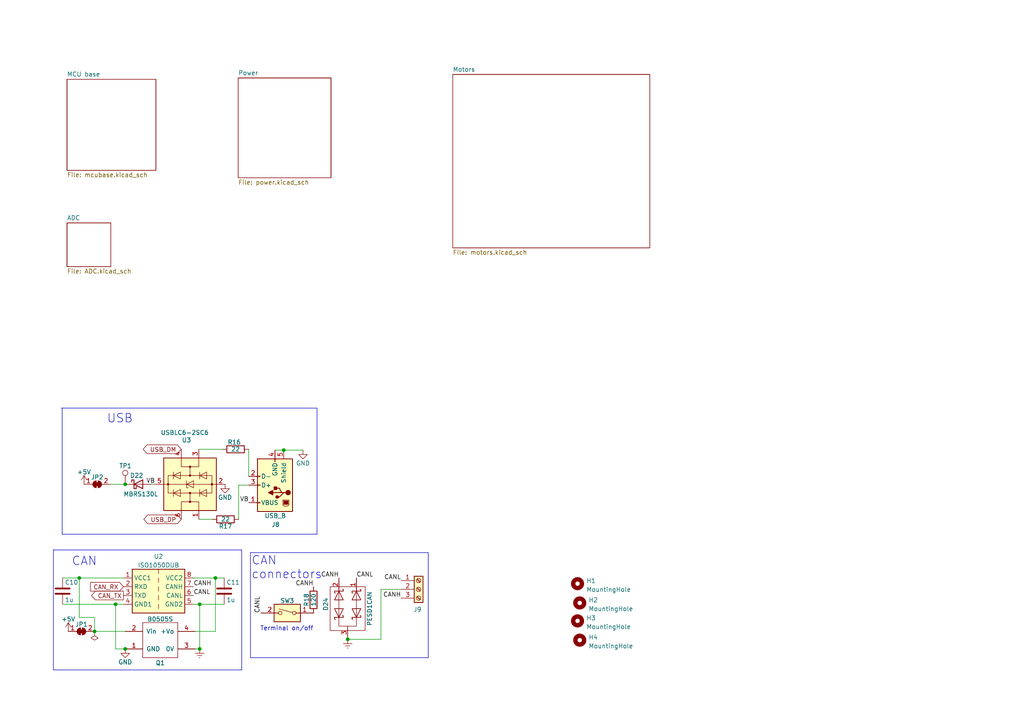
<source format=kicad_sch>
(kicad_sch (version 20240101) (generator "eeschema") (generator_version "8.99")
  (paper "A4")
  (lib_symbols
    (symbol "Connector:Screw_Terminal_01x03" (pin_names (offset 1.016) hide)
      (property "Reference" "J" (at 0 5.08 0))
      (property "Value" "Screw_Terminal_01x03" (at 0 -5.08 0))
      (symbol "Screw_Terminal_01x03_1_1"
        (rectangle (start -1.27 3.81) (end 1.27 -3.81) (stroke (width 0.254)) (fill (type background)))
        (circle (center 0 -2.54) (radius 0.635) (stroke (width 0.1524)))
        (polyline (pts (xy -0.5334 -2.2098) (xy 0.3302 -3.048)) (stroke (width 0.1524)))
        (polyline (pts (xy -0.5334 0.3302) (xy 0.3302 -0.508)) (stroke (width 0.1524)))
        (polyline (pts (xy -0.5334 2.8702) (xy 0.3302 2.032)) (stroke (width 0.1524)))
        (polyline (pts (xy -0.3556 -2.032) (xy 0.508 -2.8702)) (stroke (width 0.1524)))
        (polyline (pts (xy -0.3556 0.508) (xy 0.508 -0.3302)) (stroke (width 0.1524)))
        (polyline (pts (xy -0.3556 3.048) (xy 0.508 2.2098)) (stroke (width 0.1524)))
        (circle (center 0 0) (radius 0.635) (stroke (width 0.1524)))
        (circle (center 0 2.54) (radius 0.635) (stroke (width 0.1524)))
        (pin passive line (at -5.08 2.54 0) (length 3.81) (name "Pin_1") (number "1"))
        (pin passive line (at -5.08 0 0) (length 3.81) (name "Pin_2") (number "2"))
        (pin passive line (at -5.08 -2.54 0) (length 3.81) (name "Pin_3") (number "3"))
      )
    )
    (symbol "Connector:TestPoint" (pin_numbers hide) (pin_names (offset 0.762) hide)
      (property "Reference" "TP" (at 0 6.858 0))
      (property "Value" "TestPoint" (at 0 5.08 0))
      (symbol "TestPoint_0_1"
        (circle (center 0 3.302) (radius 0.762))
      )
      (symbol "TestPoint_1_1"
        (pin passive line (at 0 0 90) (length 2.54) (name "1") (number "1"))
      )
    )
    (symbol "Connector:USB_B" (pin_names (offset 1.016))
      (property "Reference" "J" (at -5.08 11.43 0))
      (property "Value" "USB_B" (at -5.08 8.89 0))
      (symbol "USB_B_0_1"
        (rectangle (start -5.08 -7.62) (end 5.08 7.62) (stroke (width 0.254)) (fill (type background)))
        (circle (center -3.81 2.159) (radius 0.635) (stroke (width 0.254)) (fill (type outline)))
        (rectangle (start -3.81 5.588) (end -2.54 4.572) (fill (type outline)))
        (circle (center -0.635 3.429) (radius 0.381) (stroke (width 0.254)) (fill (type outline)))
        (rectangle (start -0.127 -7.62) (end 0.127 -6.858))
        (polyline (pts (xy -1.905 2.159) (xy 0.635 2.159)) (stroke (width 0.254)))
        (polyline (pts (xy -3.175 2.159) (xy -2.54 2.159) (xy -1.27 3.429) (xy -0.635 3.429)) (stroke (width 0.254)))
        (polyline (pts (xy -2.54 2.159) (xy -1.905 2.159) (xy -1.27 0.889) (xy 0 0.889)) (stroke (width 0.254)))
        (polyline (pts (xy 0.635 2.794) (xy 0.635 1.524) (xy 1.905 2.159) (xy 0.635 2.794)) (stroke (width 0.254)) (fill (type outline)))
        (polyline (pts (xy -4.064 4.318) (xy -2.286 4.318) (xy -2.286 5.715) (xy -2.667 6.096) (xy -3.683 6.096) (xy -4.064 5.715) (xy -4.064 4.318)))
        (rectangle (start 0.254 1.27) (end -0.508 0.508) (stroke (width 0.254)) (fill (type outline)))
        (rectangle (start 5.08 -2.667) (end 4.318 -2.413))
        (rectangle (start 5.08 -0.127) (end 4.318 0.127))
        (rectangle (start 5.08 4.953) (end 4.318 5.207))
      )
      (symbol "USB_B_1_1"
        (pin power_out line (at 7.62 5.08 180) (length 2.54) (name "VBUS") (number "1"))
        (pin bidirectional line (at 7.62 -2.54 180) (length 2.54) (name "D-") (number "2"))
        (pin bidirectional line (at 7.62 0 180) (length 2.54) (name "D+") (number "3"))
        (pin power_out line (at 0 -10.16 90) (length 2.54) (name "GND") (number "4"))
        (pin passive line (at -2.54 -10.16 90) (length 2.54) (name "Shield") (number "5"))
      )
    )
    (symbol "Device:D_Schottky" (pin_numbers hide) (pin_names (offset 1.016) hide)
      (property "Reference" "D" (at 0 2.54 0))
      (property "Value" "D_Schottky" (at 0 -2.54 0))
      (symbol "D_Schottky_0_1"
        (polyline (pts (xy 1.27 0) (xy -1.27 0)))
        (polyline (pts (xy 1.27 1.27) (xy 1.27 -1.27) (xy -1.27 0) (xy 1.27 1.27)) (stroke (width 0.254)))
        (polyline (pts (xy -1.905 0.635) (xy -1.905 1.27) (xy -1.27 1.27) (xy -1.27 -1.27) (xy -0.635 -1.27) (xy -0.635 -0.635)) (stroke (width 0.254)))
      )
      (symbol "D_Schottky_1_1"
        (pin passive line (at -3.81 0 0) (length 2.54) (name "K") (number "1"))
        (pin passive line (at 3.81 0 180) (length 2.54) (name "A") (number "2"))
      )
    )
    (symbol "Interface_CAN_LIN:ISO1050DUB"
      (property "Reference" "U" (at -6.35 6.35 0))
      (property "Value" "ISO1050DUB" (at 2.54 6.35 0))
      (symbol "ISO1050DUB_0_1"
        (rectangle (start -7.62 5.08) (end 7.62 -7.62) (stroke (width 0.254)) (fill (type background)))
        (polyline (pts (xy 0 -5.08) (xy 0 -6.35)))
        (polyline (pts (xy 0 -2.54) (xy 0 -3.81)))
        (polyline (pts (xy 0 0) (xy 0 -1.27)))
        (polyline (pts (xy 0 2.54) (xy 0 1.27)))
        (polyline (pts (xy 0 5.08) (xy 0 3.81)))
      )
      (symbol "ISO1050DUB_1_1"
        (pin power_in line (at -10.16 2.54 0) (length 2.54) (name "VCC1") (number "1"))
        (pin output line (at -10.16 0 0) (length 2.54) (name "RXD") (number "2"))
        (pin input line (at -10.16 -2.54 0) (length 2.54) (name "TXD") (number "3"))
        (pin power_in line (at -10.16 -5.08 0) (length 2.54) (name "GND1") (number "4"))
        (pin power_in line (at 10.16 -5.08 180) (length 2.54) (name "GND2") (number "5"))
        (pin bidirectional line (at 10.16 -2.54 180) (length 2.54) (name "CANL") (number "6"))
        (pin bidirectional line (at 10.16 0 180) (length 2.54) (name "CANH") (number "7"))
        (pin power_in line (at 10.16 2.54 180) (length 2.54) (name "VCC2") (number "8"))
      )
    )
    (symbol "Jumper:SolderJumper_2_Bridged" (pin_names (offset 0) hide)
      (property "Reference" "JP" (at 0 2.032 0))
      (property "Value" "SolderJumper_2_Bridged" (at 0 -2.54 0))
      (symbol "SolderJumper_2_Bridged_0_1"
        (rectangle (start -0.508 0.508) (end 0.508 -0.508) (fill (type outline)))
        (arc (start -0.254 1.016) (mid -1.2656 0) (end -0.254 -1.016))
        (arc (start -0.254 1.016) (mid -1.2656 0) (end -0.254 -1.016) (fill (type outline)))
        (polyline (pts (xy -0.254 1.016) (xy -0.254 -1.016)))
        (polyline (pts (xy 0.254 1.016) (xy 0.254 -1.016)))
        (arc (start 0.254 -1.016) (mid 1.2656 0) (end 0.254 1.016))
        (arc (start 0.254 -1.016) (mid 1.2656 0) (end 0.254 1.016) (fill (type outline)))
      )
      (symbol "SolderJumper_2_Bridged_1_1"
        (pin passive line (at -3.81 0 0) (length 2.54) (name "A") (number "1"))
        (pin passive line (at 3.81 0 180) (length 2.54) (name "B") (number "2"))
      )
    )
    (symbol "Mechanical:MountingHole" (pin_names (offset 1.016))
      (property "Reference" "H" (at 0 5.08 0))
      (property "Value" "MountingHole" (at 0 3.175 0))
      (symbol "MountingHole_0_1"
        (circle (center 0 0) (radius 1.27) (stroke (width 1.27)))
      )
    )
    (symbol "Power_Protection:USBLC6-2SC6" (pin_names hide)
      (property "Reference" "U" (at 2.54 8.89 0))
      (property "Value" "USBLC6-2SC6" (at 2.54 -8.89 0))
      (symbol "USBLC6-2SC6_0_1"
        (rectangle (start -7.62 -7.62) (end 7.62 7.62) (stroke (width 0.254)) (fill (type background)))
        (circle (center -5.08 0) (radius 0.254) (fill (type outline)))
        (circle (center -2.54 0) (radius 0.254) (fill (type outline)))
        (rectangle (start -2.54 6.35) (end 2.54 -6.35))
        (circle (center 0 -6.35) (radius 0.254) (fill (type outline)))
        (polyline (pts (xy -5.08 -2.54) (xy -7.62 -2.54)))
        (polyline (pts (xy -5.08 0) (xy -5.08 -2.54)))
        (polyline (pts (xy -5.08 2.54) (xy -7.62 2.54)))
        (polyline (pts (xy -1.524 -2.794) (xy -3.556 -2.794)))
        (polyline (pts (xy -1.524 4.826) (xy -3.556 4.826)))
        (polyline (pts (xy 0 -7.62) (xy 0 -6.35)))
        (polyline (pts (xy 0 -6.35) (xy 0 1.27)))
        (polyline (pts (xy 0 1.27) (xy 0 6.35)))
        (polyline (pts (xy 0 6.35) (xy 0 7.62)))
        (polyline (pts (xy 1.524 -2.794) (xy 3.556 -2.794)))
        (polyline (pts (xy 1.524 4.826) (xy 3.556 4.826)))
        (polyline (pts (xy 5.08 -2.54) (xy 7.62 -2.54)))
        (polyline (pts (xy 5.08 0) (xy 5.08 -2.54)))
        (polyline (pts (xy 5.08 2.54) (xy 7.62 2.54)))
        (polyline (pts (xy -2.54 0) (xy -5.08 0) (xy -5.08 2.54)))
        (polyline (pts (xy 2.54 0) (xy 5.08 0) (xy 5.08 2.54)))
        (polyline (pts (xy -3.556 -4.826) (xy -1.524 -4.826) (xy -2.54 -2.794) (xy -3.556 -4.826)))
        (polyline (pts (xy -3.556 2.794) (xy -1.524 2.794) (xy -2.54 4.826) (xy -3.556 2.794)))
        (polyline (pts (xy -1.016 -1.016) (xy 1.016 -1.016) (xy 0 1.016) (xy -1.016 -1.016)))
        (polyline (pts (xy 1.016 1.016) (xy 0.762 1.016) (xy -1.016 1.016) (xy -1.016 0.508)))
        (polyline (pts (xy 3.556 -4.826) (xy 1.524 -4.826) (xy 2.54 -2.794) (xy 3.556 -4.826)))
        (polyline (pts (xy 3.556 2.794) (xy 1.524 2.794) (xy 2.54 4.826) (xy 3.556 2.794)))
        (circle (center 0 6.35) (radius 0.254) (fill (type outline)))
        (circle (center 2.54 0) (radius 0.254) (fill (type outline)))
        (circle (center 5.08 0) (radius 0.254) (fill (type outline)))
      )
      (symbol "USBLC6-2SC6_1_1"
        (pin passive line (at -10.16 -2.54 0) (length 2.54) (name "I/O1") (number "1"))
        (pin passive line (at 0 -10.16 90) (length 2.54) (name "GND") (number "2"))
        (pin passive line (at 10.16 -2.54 180) (length 2.54) (name "I/O2") (number "3"))
        (pin passive line (at 10.16 2.54 180) (length 2.54) (name "I/O2") (number "4"))
        (pin passive line (at 0 10.16 270) (length 2.54) (name "VBUS") (number "5"))
        (pin passive line (at -10.16 2.54 0) (length 2.54) (name "I/O1") (number "6"))
      )
    )
    (symbol "Switch:SW_DIP_x01" (pin_names (offset 0) hide)
      (property "Reference" "SW" (at 0 3.81 0))
      (property "Value" "SW_DIP_x01" (at 0 -3.81 0))
      (symbol "SW_DIP_x01_0_0"
        (circle (center -2.032 0) (radius 0.508))
        (polyline (pts (xy -1.524 0.127) (xy 2.3622 1.1684)))
        (circle (center 2.032 0) (radius 0.508))
      )
      (symbol "SW_DIP_x01_0_1"
        (rectangle (start -3.81 2.54) (end 3.81 -2.54) (stroke (width 0.254)) (fill (type background)))
      )
      (symbol "SW_DIP_x01_1_1"
        (pin passive line (at -7.62 0 0) (length 5.08) (name "~") (number "1"))
        (pin passive line (at 7.62 0 180) (length 5.08) (name "~") (number "2"))
      )
    )
    (symbol "elements:B0505S" (pin_names (offset 1.016))
      (property "Reference" "Q?" (at 0 6.35 0))
      (property "Value" "B0505S" (at 0 -6.35 0))
      (symbol "B0505S_0_1"
        (rectangle (start -5.08 5.08) (end 5.08 -5.08))
      )
      (symbol "B0505S_1_1"
        (pin power_in line (at -10.16 -2.54 0) (length 5.08) (name "GND") (number "1"))
        (pin power_in line (at -10.16 2.54 0) (length 5.08) (name "Vin") (number "2"))
        (pin power_out line (at 10.16 -2.54 180) (length 5.08) (name "0V") (number "3"))
        (pin power_out line (at 10.16 2.54 180) (length 5.08) (name "+Vo") (number "4"))
      )
    )
    (symbol "elements:PESD1CAN" (pin_names (offset 0.762) hide)
      (property "Reference" "D" (at 0 -8.89 0))
      (property "Value" "PESD1CAN" (at 1.27 3.81 0))
      (symbol "PESD1CAN_0_1"
        (rectangle (start -5.08 2.54) (end 7.62 -7.62))
        (polyline (pts (xy -3.556 -5.08) (xy 3.81 -5.08)))
        (polyline (pts (xy -3.556 0) (xy 3.81 0)))
        (polyline (pts (xy -3.81 -3.81) (xy -3.81 -6.35) (xy -3.81 -6.35)) (stroke (width 0.2032)))
        (polyline (pts (xy -3.81 1.27) (xy -3.81 -1.27) (xy -3.81 -1.27)) (stroke (width 0.2032)))
        (polyline (pts (xy 3.81 -3.81) (xy 3.81 -6.35) (xy 3.81 -6.35)) (stroke (width 0.2032)))
        (polyline (pts (xy 3.81 1.27) (xy 3.81 -1.27) (xy 3.81 -1.27)) (stroke (width 0.2032)))
        (polyline (pts (xy -3.81 -3.81) (xy -4.318 -3.81) (xy -4.318 -4.064) (xy -4.318 -4.064)) (stroke (width 0.2032)))
        (polyline (pts (xy -3.81 1.27) (xy -4.318 1.27) (xy -4.318 1.016) (xy -4.318 1.016)) (stroke (width 0.2032)))
        (polyline (pts (xy 3.81 -6.35) (xy 4.318 -6.35) (xy 4.318 -6.096) (xy 4.318 -6.096)) (stroke (width 0.2032)))
        (polyline (pts (xy 3.81 -3.81) (xy 3.302 -3.81) (xy 3.302 -4.064) (xy 3.302 -4.064)) (stroke (width 0.2032)))
        (polyline (pts (xy 3.81 -1.27) (xy 4.318 -1.27) (xy 4.318 -1.016) (xy 4.318 -1.016)) (stroke (width 0.2032)))
        (polyline (pts (xy 3.81 0) (xy 6.35 0) (xy 6.35 -5.08) (xy 3.81 -5.08)))
        (polyline (pts (xy 3.81 1.27) (xy 3.302 1.27) (xy 3.302 1.016) (xy 3.302 1.016)) (stroke (width 0.2032)))
        (polyline (pts (xy -3.302 -6.096) (xy -3.302 -6.35) (xy -3.81 -6.35) (xy -3.81 -6.35) (xy -3.81 -6.35)) (stroke (width 0.2032)))
        (polyline (pts (xy -3.302 -1.016) (xy -3.302 -1.27) (xy -3.81 -1.27) (xy -3.81 -1.27) (xy -3.81 -1.27)) (stroke (width 0.2032)))
        (polyline (pts (xy -1.27 -6.35) (xy -3.81 -5.08) (xy -1.27 -3.81) (xy -1.27 -6.35) (xy -1.27 -6.35) (xy -1.27 -6.35)) (stroke (width 0.2032)))
        (polyline (pts (xy -1.27 -1.27) (xy -3.81 0) (xy -1.27 1.27) (xy -1.27 -1.27) (xy -1.27 -1.27) (xy -1.27 -1.27)) (stroke (width 0.2032)))
        (polyline (pts (xy 1.27 -3.81) (xy 3.81 -5.08) (xy 1.27 -6.35) (xy 1.27 -3.81) (xy 1.27 -3.81) (xy 1.27 -3.81)) (stroke (width 0.2032)))
        (polyline (pts (xy 1.27 1.27) (xy 3.81 0) (xy 1.27 -1.27) (xy 1.27 1.27) (xy 1.27 1.27) (xy 1.27 1.27)) (stroke (width 0.2032)))
        (pin passive line (at -7.62 0 0) (length 3.81) (name "K") (number "1"))
        (pin passive line (at -7.62 -5.08 0) (length 3.81) (name "K") (number "2"))
        (pin passive line (at 10.16 -2.54 180) (length 3.81) (name "O") (number "3"))
      )
    )
    (symbol "power:Earth" (power) (pin_names (offset 0))
      (symbol "Earth_0_1"
        (polyline (pts (xy -0.635 -1.905) (xy 0.635 -1.905)))
        (polyline (pts (xy -0.127 -2.54) (xy 0.127 -2.54)))
        (polyline (pts (xy 0 -1.27) (xy 0 0)))
        (polyline (pts (xy 1.27 -1.27) (xy -1.27 -1.27)))
      )
      (symbol "Earth_1_1"
        (pin power_in line (at 0 0 270) (length 0) hide (name "Earth") (number "1"))
      )
    )
    (symbol "power:GND" (power) (pin_names (offset 0))
      (property "Value" "GND" (at 0 -3.81 0))
      (symbol "GND_0_1"
        (polyline (pts (xy 0 0) (xy 0 -1.27) (xy 1.27 -1.27) (xy 0 -2.54) (xy -1.27 -1.27) (xy 0 -1.27)))
      )
      (symbol "GND_1_1"
        (pin power_in line (at 0 0 270) (length 0) hide (name "GND") (number "1"))
      )
    )
    (symbol "power:PWR_FLAG" (power) (pin_numbers hide) (pin_names (offset 0) hide)
      (property "Value" "PWR_FLAG" (at 0 3.81 0))
      (symbol "PWR_FLAG_0_0"
        (pin power_out line (at 0 0 90) (length 0) (name "pwr") (number "1"))
      )
      (symbol "PWR_FLAG_0_1"
        (polyline (pts (xy 0 0) (xy 0 1.27) (xy -1.016 1.905) (xy 0 2.54) (xy 1.016 1.905) (xy 0 1.27)))
      )
    )
    (symbol "stm32-rescue:+5V" (power) (pin_names (offset 0))
      (property "Value" "+5V" (at 0 3.556 0))
      (symbol "+5V_0_1"
        (polyline (pts (xy -0.762 1.27) (xy 0 2.54)))
        (polyline (pts (xy 0 0) (xy 0 2.54)))
        (polyline (pts (xy 0 2.54) (xy 0.762 1.27)))
      )
      (symbol "+5V_1_1"
        (pin power_in line (at 0 0 90) (length 0) hide (name "+5V") (number "1"))
      )
    )
    (symbol "stm32-rescue:C" (pin_numbers hide) (pin_names (offset 0.254))
      (property "Reference" "C" (at 0.635 2.54 0))
      (property "Value" "C" (at 0.635 -2.54 0))
      (symbol "C_0_1"
        (polyline (pts (xy -2.032 -0.762) (xy 2.032 -0.762)) (stroke (width 0.508)))
        (polyline (pts (xy -2.032 0.762) (xy 2.032 0.762)) (stroke (width 0.508)))
      )
      (symbol "C_1_1"
        (pin passive line (at 0 3.81 270) (length 2.794) (name "~") (number "1"))
        (pin passive line (at 0 -3.81 90) (length 2.794) (name "~") (number "2"))
      )
    )
    (symbol "stm32-rescue:R" (pin_numbers hide) (pin_names (offset 0))
      (property "Reference" "R" (at 2.032 0 90))
      (property "Value" "R" (at 0 0 90))
      (symbol "R_0_1"
        (rectangle (start -1.016 -2.54) (end 1.016 2.54) (stroke (width 0.254)))
      )
      (symbol "R_1_1"
        (pin passive line (at 0 3.81 270) (length 1.27) (name "~") (number "1"))
        (pin passive line (at 0 -3.81 90) (length 1.27) (name "~") (number "2"))
      )
    )
  )
  (junction (at 57.912 188.214))
  (junction (at 27.432 183.134))
  (junction (at 100.838 185.42))
  (junction (at 36.322 140.462))
  (junction (at 36.322 188.214))
  (junction (at 33.528 175.26))
  (junction (at 22.987 167.64))
  (junction (at 82.296 130.556))
  (junction (at 57.912 175.26))
  (junction (at 62.484 167.64))
  (wire (pts (xy 116.332 170.942) (xy 110.49 170.942)))
  (wire (pts (xy 22.987 167.64) (xy 22.987 179.07)))
  (wire (pts (xy 72.136 130.302) (xy 72.136 138.176)))
  (polyline (pts (xy 17.78 118.364) (xy 91.948 118.364)))
  (polyline (pts (xy 18.034 154.94) (xy 91.948 154.94)))
  (wire (pts (xy 57.912 175.26) (xy 57.912 188.214)))
  (wire (pts (xy 62.484 183.134) (xy 62.484 167.64)))
  (polyline (pts (xy 70.104 194.31) (xy 15.494 194.31)))
  (wire (pts (xy 62.484 167.64) (xy 65.024 167.64)))
  (wire (pts (xy 79.756 130.556) (xy 82.296 130.556)))
  (polyline (pts (xy 72.644 160.274) (xy 124.206 160.274)))
  (wire (pts (xy 36.322 188.214) (xy 33.528 188.214)))
  (wire (pts (xy 22.987 179.07) (xy 27.432 179.07)))
  (polyline (pts (xy 124.206 190.754) (xy 72.644 190.754)))
  (wire (pts (xy 18.161 175.26) (xy 33.528 175.26)))
  (wire (pts (xy 57.912 188.214) (xy 56.642 188.214)))
  (wire (pts (xy 65.024 175.26) (xy 57.912 175.26)))
  (polyline (pts (xy 18.034 118.364) (xy 18.034 154.94)))
  (polyline (pts (xy 15.494 159.512) (xy 70.104 159.512)))
  (wire (pts (xy 27.432 183.134) (xy 36.322 183.134)))
  (wire (pts (xy 33.528 175.26) (xy 35.814 175.26)))
  (wire (pts (xy 57.658 130.302) (xy 64.516 130.302)))
  (polyline (pts (xy 124.206 160.274) (xy 124.206 190.754)))
  (wire (pts (xy 22.987 167.64) (xy 35.814 167.64)))
  (polyline (pts (xy 15.494 194.31) (xy 15.494 159.385)))
  (wire (pts (xy 69.215 140.716) (xy 72.136 140.716)))
  (wire (pts (xy 56.134 175.26) (xy 57.912 175.26)))
  (wire (pts (xy 56.134 167.64) (xy 62.484 167.64)))
  (polyline (pts (xy 70.104 159.512) (xy 70.104 194.31)))
  (wire (pts (xy 82.296 130.556) (xy 87.884 130.556)))
  (wire (pts (xy 32.004 140.462) (xy 36.322 140.462)))
  (wire (pts (xy 56.642 183.134) (xy 62.484 183.134)))
  (wire (pts (xy 18.161 167.64) (xy 22.987 167.64)))
  (wire (pts (xy 110.49 170.942) (xy 110.49 185.42)))
  (wire (pts (xy 57.658 150.622) (xy 61.595 150.622)))
  (wire (pts (xy 33.528 188.214) (xy 33.528 175.26)))
  (wire (pts (xy 69.215 150.622) (xy 69.215 140.716)))
  (polyline (pts (xy 72.644 160.274) (xy 72.644 190.754)))
  (polyline (pts (xy 91.948 154.94) (xy 91.948 118.364)))
  (wire (pts (xy 100.838 185.42) (xy 110.49 185.42)))
  (wire (pts (xy 43.942 140.462) (xy 44.958 140.462)))
  (wire (pts (xy 27.432 179.07) (xy 27.432 183.134)))
  (text "Terminal on/off" (at 75.438 183.134 0) (effects (font (size 1.27 1.27)) (justify left bottom)))
  (text "USB" (at 38.608 122.936 0) (effects (font (size 2.4892 2.4892)) (justify right bottom)))
  (text "CAN\nconnectors" (at 72.898 168.148 0) (effects (font (size 2.4892 2.4892)) (justify left bottom)))
  (text "CAN" (at 28.194 164.338 0) (effects (font (size 2.4892 2.4892)) (justify right bottom)))
  (label "VB" (at 44.958 140.462 180))
  (label "CANH" (at 90.932 170.18 180))
  (label "CANH" (at 98.298 167.64 180))
  (label "CANL" (at 116.332 168.402 180))
  (label "CANL" (at 103.378 167.64 0))
  (label "VB" (at 72.136 145.796 180))
  (label "CANL" (at 75.692 177.8 90))
  (label "CANL" (at 56.134 172.72 0))
  (label "CANH" (at 116.332 173.482 180))
  (label "CANH" (at 56.134 170.18 0))
  (global_label "USB_DP" (shape bidirectional) (at 52.578 150.622 180) (property "Intersheetrefs" "${INTERSHEET_REFS}" (effects (hide yes))))
  (global_label "CAN_TX" (shape output) (at 35.814 172.72 180) (property "Intersheetrefs" "${INTERSHEET_REFS}" (effects (hide yes))))
  (global_label "USB_DM" (shape bidirectional) (at 52.578 130.302 180) (property "Intersheetrefs" "${INTERSHEET_REFS}" (effects (hide yes))))
  (global_label "CAN_RX" (shape input) (at 35.814 170.18 180) (property "Intersheetrefs" "${INTERSHEET_REFS}" (effects (hide yes))))
  (symbol (lib_id "Connector:USB_B") (at 79.756 140.716 180) (unit 1)
    (property "Reference" "J8" (at 78.74 152.146 0) (effects (justify right)))
    (property "Value" "USB_B" (at 76.708 149.606 0) (effects (justify right)))
    (property "Footprint" "Connector_USB:USB_B_OST_USB-B1HSxx_Horizontal" (effects (hide yes)))
    (property "Datasheet" " ~" (effects (hide yes)))
  )
  (symbol (lib_id "Mechanical:MountingHole") (at 168.148 174.879 0) (unit 1)
    (property "Reference" "H2" (at 170.688 174.0443 0) (effects (justify left)))
    (property "Value" "MountingHole" (at 170.688 176.5812 0) (effects (justify left)))
    (property "Footprint" "MountingHole:MountingHole_3.2mm_M3_DIN965_Pad" (effects (hide yes)))
  )
  (symbol (lib_id "power:PWR_FLAG") (at 27.432 183.134 180) (unit 1)
    (property "Reference" "#FLG0106" (effects (hide yes)))
    (property "Value" "PWR_FLAG" (effects (hide yes)))
  )
  (symbol (lib_id "power:GND") (at 36.322 188.214 0) (unit 1)
    (property "Reference" "#PWR019" (effects (hide yes)))
    (property "Value" "GND" (at 36.322 192.024 0))
  )
  (symbol (lib_id "Mechanical:MountingHole") (at 167.513 180.086 0) (unit 1)
    (property "Reference" "H3" (at 170.053 179.2513 0) (effects (justify left)))
    (property "Value" "MountingHole" (at 170.053 181.7882 0) (effects (justify left)))
    (property "Footprint" "MountingHole:MountingHole_3.2mm_M3_DIN965_Pad" (effects (hide yes)))
  )
  (symbol (lib_id "stm32-rescue:R") (at 90.932 173.99 180) (unit 1)
    (property "Reference" "R18" (at 88.9 173.99 90))
    (property "Value" "120" (at 90.932 173.99 90))
    (property "Footprint" "Resistor_SMD:R_1210_3225Metric_Pad1.30x2.65mm_HandSolder" (effects (hide yes)))
  )
  (symbol (lib_id "elements:PESD1CAN") (at 103.378 175.26 270) (unit 1)
    (property "Reference" "D24" (at 94.488 175.26 0))
    (property "Value" "PESD1CAN" (at 107.188 176.53 0))
    (property "Footprint" "Package_TO_SOT_SMD:SOT-23" (effects (hide yes)))
  )
  (symbol (lib_id "power:Earth") (at 100.838 185.42 0) (unit 1)
    (property "Reference" "#PWR023" (effects (hide yes)))
    (property "Value" "Earth" (effects (hide yes)))
  )
  (symbol (lib_id "stm32-rescue:C") (at 65.024 171.45 0) (unit 1)
    (property "Reference" "C11" (at 65.659 168.91 0) (effects (justify left)))
    (property "Value" "1u" (at 65.659 173.99 0) (effects (justify left)))
    (property "Footprint" "Capacitor_SMD:C_0603_1608Metric_Pad1.08x0.95mm_HandSolder" (effects (hide yes)))
  )
  (symbol (lib_id "stm32-rescue:R") (at 65.405 150.622 270) (unit 1)
    (property "Reference" "R17" (at 65.405 152.654 90))
    (property "Value" "22" (at 65.405 150.622 90))
    (property "Footprint" "Resistor_SMD:R_0603_1608Metric_Pad0.98x0.95mm_HandSolder" (effects (hide yes)))
  )
  (symbol (lib_id "Jumper:SolderJumper_2_Bridged") (at 28.194 140.462 0) (unit 1)
    (property "Reference" "JP2" (at 28.194 138.4102 0))
    (property "Value" "USB5V" (effects (hide yes)))
    (property "Footprint" "Jumper:SolderJumper-2_P1.3mm_Open_TrianglePad1.0x1.5mm" (effects (hide yes)))
  )
  (symbol (lib_id "stm32-rescue:R") (at 68.326 130.302 270) (unit 1)
    (property "Reference" "R16" (at 67.945 128.27 90))
    (property "Value" "22" (at 68.326 130.302 90))
    (property "Footprint" "Resistor_SMD:R_0603_1608Metric_Pad0.98x0.95mm_HandSolder" (effects (hide yes)))
  )
  (symbol (lib_id "Power_Protection:USBLC6-2SC6") (at 55.118 140.462 90) (unit 1)
    (property "Reference" "U3" (at 54.102 127.635 90))
    (property "Value" "USBLC6-2SC6" (at 53.594 125.476 90))
    (property "Footprint" "Package_TO_SOT_SMD:SOT-23-6" (effects (hide yes)))
    (property "Datasheet" "https://www.st.com/resource/en/datasheet/usblc6-2.pdf" (effects (hide yes)))
  )
  (symbol (lib_id "power:Earth") (at 57.912 188.214 0) (unit 1)
    (property "Reference" "#PWR020" (effects (hide yes)))
    (property "Value" "Earth" (effects (hide yes)))
  )
  (symbol (lib_id "Switch:SW_DIP_x01") (at 83.312 177.8 0) (mirror y) (unit 1)
    (property "Reference" "SW3" (at 83.312 174.244 0))
    (property "Value" "SW_DIP_x01" (effects (hide yes)))
    (property "Footprint" "Button_Switch_THT:SW_DIP_SPSTx01_Slide_6.7x4.1mm_W7.62mm_P2.54mm_LowProfile" (effects (hide yes)))
  )
  (symbol (lib_id "power:GND") (at 87.884 130.556 0) (unit 1)
    (property "Reference" "#PWR022" (effects (hide yes)))
    (property "Value" "GND" (at 87.884 134.366 0))
  )
  (symbol (lib_id "power:GND") (at 65.278 140.462 0) (unit 1)
    (property "Reference" "#PWR021" (effects (hide yes)))
    (property "Value" "GND" (at 65.278 144.272 0))
  )
  (symbol (lib_id "stm32-rescue:C") (at 18.161 171.45 0) (unit 1)
    (property "Reference" "C10" (at 18.796 168.91 0) (effects (justify left)))
    (property "Value" "1u" (at 18.796 173.99 0) (effects (justify left)))
    (property "Footprint" "Capacitor_SMD:C_0603_1608Metric_Pad1.08x0.95mm_HandSolder" (effects (hide yes)))
  )
  (symbol (lib_id "stm32-rescue:+5V") (at 24.384 140.462 0) (unit 1)
    (property "Reference" "#PWR016" (effects (hide yes)))
    (property "Value" "+5V" (at 24.384 136.906 0))
  )
  (symbol (lib_id "Connector:Screw_Terminal_01x03") (at 121.412 170.942 0) (unit 1)
    (property "Reference" "J9" (at 119.888 176.784 0) (effects (justify left)))
    (property "Value" "Screw_Terminal_01x03" (effects (hide yes)))
    (property "Footprint" "TerminalBlock_Phoenix:TerminalBlock_Phoenix_MKDS-1,5-3_1x03_P5.00mm_Horizontal" (effects (hide yes)))
  )
  (symbol (lib_id "Interface_CAN_LIN:ISO1050DUB") (at 45.974 170.18 0) (unit 1)
    (property "Reference" "U2" (at 45.974 161.4002 0))
    (property "Value" "ISO1050DUB" (at 45.974 163.9371 0))
    (property "Footprint" "Package_SO:SOP-8_6.62x9.15mm_P2.54mm" (effects (hide yes)))
    (property "Datasheet" "http://www.ti.com/lit/ds/symlink/iso1050.pdf" (effects (hide yes)))
  )
  (symbol (lib_id "stm32-rescue:+5V") (at 19.812 183.134 0) (unit 1)
    (property "Reference" "#PWR017" (effects (hide yes)))
    (property "Value" "+5V" (at 19.812 179.578 0))
  )
  (symbol (lib_id "Jumper:SolderJumper_2_Bridged") (at 23.622 183.134 0) (unit 1)
    (property "Reference" "JP1" (at 23.622 181.0822 0))
    (property "Value" "CAN" (effects (hide yes)))
    (property "Footprint" "Jumper:SolderJumper-2_P1.3mm_Open_TrianglePad1.0x1.5mm" (effects (hide yes)))
  )
  (symbol (lib_id "Device:D_Schottky") (at 40.132 140.462 0) (unit 1)
    (property "Reference" "D22" (at 39.624 137.922 0))
    (property "Value" "MBRS130L" (at 40.8432 143.3068 0))
    (property "Footprint" "Diode_SMD:D_SMB_Handsoldering" (effects (hide yes)))
  )
  (symbol (lib_id "Mechanical:MountingHole") (at 167.513 169.291 0) (unit 1)
    (property "Reference" "H1" (at 170.053 168.4563 0) (effects (justify left)))
    (property "Value" "MountingHole" (at 170.053 170.9932 0) (effects (justify left)))
    (property "Footprint" "MountingHole:MountingHole_3.2mm_M3_DIN965_Pad" (effects (hide yes)))
  )
  (symbol (lib_id "elements:B0505S") (at 46.482 185.674 0) (unit 1)
    (property "Reference" "Q1" (at 46.482 192.278 0))
    (property "Value" "B0505S" (at 46.482 179.578 0))
    (property "Footprint" "stepper:B0x0xS" (effects (hide yes)))
  )
  (symbol (lib_id "Mechanical:MountingHole") (at 168.148 185.674 0) (unit 1)
    (property "Reference" "H4" (at 170.688 184.8393 0) (effects (justify left)))
    (property "Value" "MountingHole" (at 170.688 187.3762 0) (effects (justify left)))
    (property "Footprint" "MountingHole:MountingHole_3.2mm_M3_DIN965_Pad" (effects (hide yes)))
  )
  (symbol (lib_id "Connector:TestPoint") (at 36.322 140.462 0) (unit 1)
    (property "Reference" "TP1" (at 34.544 135.128 0) (effects (justify left)))
    (property "Value" "5Vusb" (effects (hide yes)))
    (property "Footprint" "TestPoint:TestPoint_THTPad_1.5x1.5mm_Drill0.7mm" (effects (hide yes)))
  )
  (sheet (at 19.431 22.987) (size 25.781 26.416) (stroke (width 0.1524))
    (property "Sheetname" "MCU base" (at 19.431 22.2754 0) (effects (justify left bottom)))
    (property "Sheetfile" "mcubase.kicad_sch" (at 19.431 49.9876 0) (effects (justify left top)))
  )
  (sheet (at 69.088 22.606) (size 26.924 28.956) (stroke (width 0.1524))
    (property "Sheetname" "Power" (at 69.088 21.8944 0) (effects (justify left bottom)))
    (property "Sheetfile" "power.kicad_sch" (at 69.088 52.1466 0) (effects (justify left top)))
  )
  (sheet (at 19.431 64.643) (size 12.7 12.7) (stroke (width 0.1524))
    (property "Sheetname" "ADC" (at 19.431 63.9314 0) (effects (justify left bottom)))
    (property "Sheetfile" "ADC.kicad_sch" (at 19.431 77.9276 0) (effects (justify left top)))
  )
  (sheet (at 131.318 21.59) (size 57.15 50.292) (stroke (width 0.1524))
    (property "Sheetname" "Motors" (at 131.318 20.8784 0) (effects (justify left bottom)))
    (property "Sheetfile" "motors.kicad_sch" (at 131.318 72.4666 0) (effects (justify left top)))
  )
)
</source>
